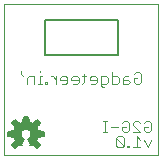
<source format=gbo>
G75*
%MOIN*%
%OFA0B0*%
%FSLAX25Y25*%
%IPPOS*%
%LPD*%
%AMOC8*
5,1,8,0,0,1.08239X$1,22.5*
%
%ADD10C,0.00000*%
%ADD11C,0.00300*%
%ADD12C,0.00591*%
%ADD13C,0.00800*%
D10*
X0005000Y0010000D02*
X0005000Y0060361D01*
X0056501Y0060361D01*
X0056470Y0009970D01*
X0005000Y0010000D01*
D11*
X0012678Y0033850D02*
X0012678Y0035702D01*
X0013295Y0036319D01*
X0015146Y0036319D01*
X0015146Y0033850D01*
X0016367Y0033850D02*
X0017602Y0033850D01*
X0016985Y0033850D02*
X0016985Y0036319D01*
X0017602Y0036319D01*
X0016985Y0037553D02*
X0016985Y0038170D01*
X0020661Y0036319D02*
X0021278Y0036319D01*
X0022513Y0035084D01*
X0023727Y0035084D02*
X0026196Y0035084D01*
X0026196Y0034467D02*
X0026196Y0035702D01*
X0025579Y0036319D01*
X0024344Y0036319D01*
X0023727Y0035702D01*
X0023727Y0035084D01*
X0024344Y0033850D02*
X0025579Y0033850D01*
X0026196Y0034467D01*
X0027410Y0035084D02*
X0027410Y0035702D01*
X0028027Y0036319D01*
X0029262Y0036319D01*
X0029879Y0035702D01*
X0029879Y0034467D01*
X0029262Y0033850D01*
X0028027Y0033850D01*
X0027410Y0035084D02*
X0029879Y0035084D01*
X0031100Y0033850D02*
X0031717Y0034467D01*
X0031717Y0036936D01*
X0032334Y0036319D02*
X0031100Y0036319D01*
X0033549Y0035702D02*
X0033549Y0035084D01*
X0036017Y0035084D01*
X0036017Y0034467D02*
X0036017Y0035702D01*
X0035400Y0036319D01*
X0034166Y0036319D01*
X0033549Y0035702D01*
X0034166Y0033850D02*
X0035400Y0033850D01*
X0036017Y0034467D01*
X0037232Y0033850D02*
X0039083Y0033850D01*
X0039701Y0034467D01*
X0039701Y0035702D01*
X0039083Y0036319D01*
X0037232Y0036319D01*
X0037232Y0033233D01*
X0037849Y0032616D01*
X0038466Y0032616D01*
X0040915Y0033850D02*
X0042767Y0033850D01*
X0043384Y0034467D01*
X0043384Y0035702D01*
X0042767Y0036319D01*
X0040915Y0036319D01*
X0040915Y0037553D02*
X0040915Y0033850D01*
X0044598Y0033850D02*
X0046450Y0033850D01*
X0047067Y0034467D01*
X0046450Y0035084D01*
X0044598Y0035084D01*
X0044598Y0035702D02*
X0044598Y0033850D01*
X0044598Y0035702D02*
X0045215Y0036319D01*
X0046450Y0036319D01*
X0048281Y0036936D02*
X0048898Y0037553D01*
X0050133Y0037553D01*
X0050750Y0036936D01*
X0050750Y0034467D01*
X0050133Y0033850D01*
X0048898Y0033850D01*
X0048281Y0034467D01*
X0048281Y0035702D01*
X0049516Y0035702D01*
X0049850Y0021353D02*
X0048615Y0021353D01*
X0047998Y0020736D01*
X0047998Y0020119D01*
X0050467Y0017650D01*
X0047998Y0017650D01*
X0046784Y0018267D02*
X0046167Y0017650D01*
X0044932Y0017650D01*
X0044315Y0018267D01*
X0044315Y0019502D01*
X0045549Y0019502D01*
X0044315Y0020736D02*
X0044932Y0021353D01*
X0046167Y0021353D01*
X0046784Y0020736D01*
X0046784Y0018267D01*
X0049232Y0016253D02*
X0049232Y0012550D01*
X0047998Y0012550D02*
X0050467Y0012550D01*
X0052916Y0012550D02*
X0051681Y0015019D01*
X0050467Y0015019D02*
X0049232Y0016253D01*
X0051681Y0018267D02*
X0051681Y0019502D01*
X0052916Y0019502D01*
X0054150Y0020736D02*
X0054150Y0018267D01*
X0053533Y0017650D01*
X0052298Y0017650D01*
X0051681Y0018267D01*
X0051681Y0020736D02*
X0052298Y0021353D01*
X0053533Y0021353D01*
X0054150Y0020736D01*
X0050467Y0020736D02*
X0049850Y0021353D01*
X0044325Y0016253D02*
X0044942Y0015636D01*
X0044942Y0013167D01*
X0042473Y0015636D01*
X0042473Y0013167D01*
X0043091Y0012550D01*
X0044325Y0012550D01*
X0044942Y0013167D01*
X0046167Y0013167D02*
X0046167Y0012550D01*
X0046784Y0012550D01*
X0046784Y0013167D01*
X0046167Y0013167D01*
X0044325Y0016253D02*
X0043091Y0016253D01*
X0042473Y0015636D01*
X0039417Y0017650D02*
X0038183Y0017650D01*
X0038800Y0017650D02*
X0038800Y0021353D01*
X0039417Y0021353D02*
X0038183Y0021353D01*
X0040632Y0019502D02*
X0043101Y0019502D01*
X0054150Y0015019D02*
X0052916Y0012550D01*
X0022513Y0033850D02*
X0022513Y0036319D01*
X0019443Y0034467D02*
X0019443Y0033850D01*
X0018826Y0033850D01*
X0018826Y0034467D01*
X0019443Y0034467D01*
X0011463Y0036319D02*
X0010846Y0036936D01*
X0010846Y0038170D01*
D12*
X0011680Y0022861D02*
X0013120Y0022861D01*
X0013313Y0020956D01*
X0013954Y0020751D01*
X0014552Y0020443D01*
X0016036Y0021654D01*
X0017054Y0020636D01*
X0015843Y0019152D01*
X0016151Y0018554D01*
X0016356Y0017913D01*
X0018261Y0017720D01*
X0018261Y0016280D01*
X0016356Y0016087D01*
X0016151Y0015446D01*
X0015843Y0014848D01*
X0017054Y0013364D01*
X0016036Y0012346D01*
X0014552Y0013557D01*
X0013954Y0013249D01*
X0013106Y0015295D01*
X0013485Y0015507D01*
X0013803Y0015801D01*
X0014045Y0016162D01*
X0014195Y0016569D01*
X0014246Y0017000D01*
X0014193Y0017439D01*
X0014037Y0017852D01*
X0013788Y0018217D01*
X0013459Y0018511D01*
X0013069Y0018720D01*
X0012641Y0018829D01*
X0012199Y0018834D01*
X0011769Y0018734D01*
X0011375Y0018534D01*
X0011040Y0018246D01*
X0010782Y0017887D01*
X0010618Y0017477D01*
X0010555Y0017040D01*
X0010599Y0016600D01*
X0010745Y0016184D01*
X0010986Y0015814D01*
X0011309Y0015512D01*
X0011694Y0015295D01*
X0010846Y0013249D01*
X0010248Y0013557D01*
X0008764Y0012346D01*
X0007746Y0013364D01*
X0008957Y0014848D01*
X0008649Y0015446D01*
X0008444Y0016087D01*
X0006539Y0016280D01*
X0006539Y0017720D01*
X0008444Y0017913D01*
X0008649Y0018554D01*
X0008957Y0019152D01*
X0007746Y0020636D01*
X0008764Y0021654D01*
X0010248Y0020443D01*
X0010846Y0020751D01*
X0011487Y0020956D01*
X0011680Y0022861D01*
X0011630Y0022370D02*
X0013170Y0022370D01*
X0013230Y0021781D02*
X0011570Y0021781D01*
X0011511Y0021192D02*
X0013289Y0021192D01*
X0014241Y0020603D02*
X0010559Y0020603D01*
X0010052Y0020603D02*
X0007773Y0020603D01*
X0008253Y0020014D02*
X0016547Y0020014D01*
X0017027Y0020603D02*
X0014748Y0020603D01*
X0015470Y0021192D02*
X0016497Y0021192D01*
X0016066Y0019425D02*
X0008734Y0019425D01*
X0008794Y0018836D02*
X0016006Y0018836D01*
X0016250Y0018247D02*
X0013754Y0018247D01*
X0014110Y0017658D02*
X0018261Y0017658D01*
X0018261Y0017069D02*
X0014237Y0017069D01*
X0014162Y0016480D02*
X0018261Y0016480D01*
X0016294Y0015891D02*
X0013863Y0015891D01*
X0013118Y0015302D02*
X0016077Y0015302D01*
X0015954Y0014712D02*
X0013348Y0014712D01*
X0013592Y0014123D02*
X0016434Y0014123D01*
X0016915Y0013534D02*
X0014579Y0013534D01*
X0014508Y0013534D02*
X0013836Y0013534D01*
X0015301Y0012945D02*
X0016635Y0012945D01*
X0016046Y0012356D02*
X0016024Y0012356D01*
X0011682Y0015302D02*
X0008723Y0015302D01*
X0008846Y0014712D02*
X0011452Y0014712D01*
X0011208Y0014123D02*
X0008366Y0014123D01*
X0007885Y0013534D02*
X0010221Y0013534D01*
X0010292Y0013534D02*
X0010964Y0013534D01*
X0009499Y0012945D02*
X0008165Y0012945D01*
X0008754Y0012356D02*
X0008776Y0012356D01*
X0008506Y0015891D02*
X0010936Y0015891D01*
X0010641Y0016480D02*
X0006539Y0016480D01*
X0006539Y0017069D02*
X0010559Y0017069D01*
X0010690Y0017658D02*
X0006539Y0017658D01*
X0008550Y0018247D02*
X0011040Y0018247D01*
X0009330Y0021192D02*
X0008303Y0021192D01*
D13*
X0018595Y0043394D02*
X0043005Y0043394D01*
X0043005Y0055206D01*
X0018595Y0055206D01*
X0018595Y0043394D01*
M02*

</source>
